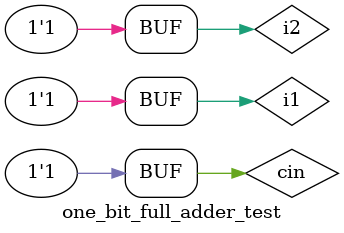
<source format=v>
`timescale 1ns / 1ps


module one_bit_full_adder_test();
	reg i1, i2, cin;
	
	wire cout, sum;
	
	one_bit_full_adder uut(.i0(i1), .i1(i2), .cin(cin), .sum(sum), .cout(cout));
	
	initial begin
		i1=0; i2=0; cin=0; #125;
		i1=0; i2=0; cin=1; #125;
		i1=1; i2=0; cin=0; #125;
		i1=1; i2=0; cin=1; #125;
		i1=0; i2=1; cin=0; #125;
		i1=0; i2=1; cin=1; #125;
		i1=1; i2=1; cin=0; #125;
		i1=1; i2=1; cin=1; #125;
	end
endmodule

</source>
